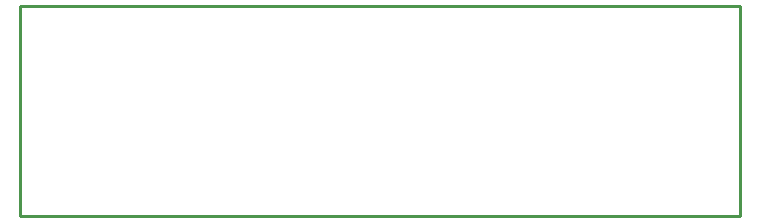
<source format=gko>
G04 Layer_Color=16711935*
%FSLAX24Y24*%
%MOIN*%
G70*
G01*
G75*
%ADD42C,0.0100*%
D42*
X0Y-3500D02*
Y3500D01*
X24000D01*
Y-3500D02*
Y3500D01*
X0Y-3500D02*
X24000D01*
M02*

</source>
